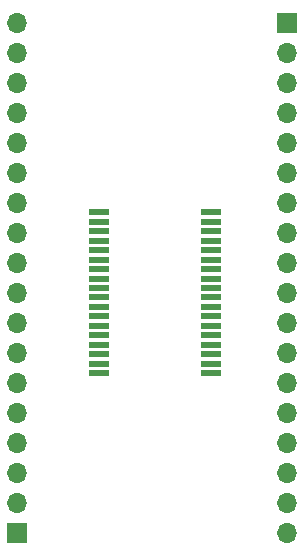
<source format=gbr>
%TF.GenerationSoftware,KiCad,Pcbnew,(5.1.9)-1*%
%TF.CreationDate,2021-02-24T14:45:34+01:00*%
%TF.ProjectId,Schaakbord_Testprint,53636861-616b-4626-9f72-645f54657374,rev?*%
%TF.SameCoordinates,Original*%
%TF.FileFunction,Soldermask,Top*%
%TF.FilePolarity,Negative*%
%FSLAX46Y46*%
G04 Gerber Fmt 4.6, Leading zero omitted, Abs format (unit mm)*
G04 Created by KiCad (PCBNEW (5.1.9)-1) date 2021-02-24 14:45:34*
%MOMM*%
%LPD*%
G01*
G04 APERTURE LIST*
%ADD10O,1.700000X1.700000*%
%ADD11R,1.700000X1.700000*%
%ADD12R,1.800000X0.600000*%
G04 APERTURE END LIST*
D10*
%TO.C,J1*%
X154940000Y-55880000D03*
X154940000Y-58420000D03*
X154940000Y-60960000D03*
X154940000Y-63500000D03*
X154940000Y-66040000D03*
X154940000Y-68580000D03*
X154940000Y-71120000D03*
X154940000Y-73660000D03*
X154940000Y-76200000D03*
X154940000Y-78740000D03*
X154940000Y-81280000D03*
X154940000Y-83820000D03*
X154940000Y-86360000D03*
X154940000Y-88900000D03*
X154940000Y-91440000D03*
X154940000Y-93980000D03*
X154940000Y-96520000D03*
D11*
X154940000Y-99060000D03*
%TD*%
D10*
%TO.C,J2*%
X177800000Y-99060000D03*
X177800000Y-96520000D03*
X177800000Y-93980000D03*
X177800000Y-91440000D03*
X177800000Y-88900000D03*
X177800000Y-86360000D03*
X177800000Y-83820000D03*
X177800000Y-81280000D03*
X177800000Y-78740000D03*
X177800000Y-76200000D03*
X177800000Y-73660000D03*
X177800000Y-71120000D03*
X177800000Y-68580000D03*
X177800000Y-66040000D03*
X177800000Y-63500000D03*
X177800000Y-60960000D03*
X177800000Y-58420000D03*
D11*
X177800000Y-55880000D03*
%TD*%
D12*
%TO.C,IC1*%
X171349000Y-71940000D03*
X171349000Y-72740000D03*
X171349000Y-73540000D03*
X171349000Y-74340000D03*
X171349000Y-75140000D03*
X171349000Y-75940000D03*
X171349000Y-76740000D03*
X171349000Y-77540000D03*
X171349000Y-78340000D03*
X171349000Y-79140000D03*
X171349000Y-79940000D03*
X171349000Y-80740000D03*
X171349000Y-81540000D03*
X171349000Y-82340000D03*
X171349000Y-83140000D03*
X171349000Y-83940000D03*
X171349000Y-84740000D03*
X171349000Y-85540000D03*
X161899000Y-85540000D03*
X161899000Y-84740000D03*
X161899000Y-83940000D03*
X161899000Y-83140000D03*
X161899000Y-82340000D03*
X161899000Y-81540000D03*
X161899000Y-80740000D03*
X161899000Y-79940000D03*
X161899000Y-79140000D03*
X161899000Y-78340000D03*
X161899000Y-77540000D03*
X161899000Y-76740000D03*
X161899000Y-75940000D03*
X161899000Y-75140000D03*
X161899000Y-74340000D03*
X161899000Y-73540000D03*
X161899000Y-72740000D03*
X161899000Y-71940000D03*
%TD*%
M02*

</source>
